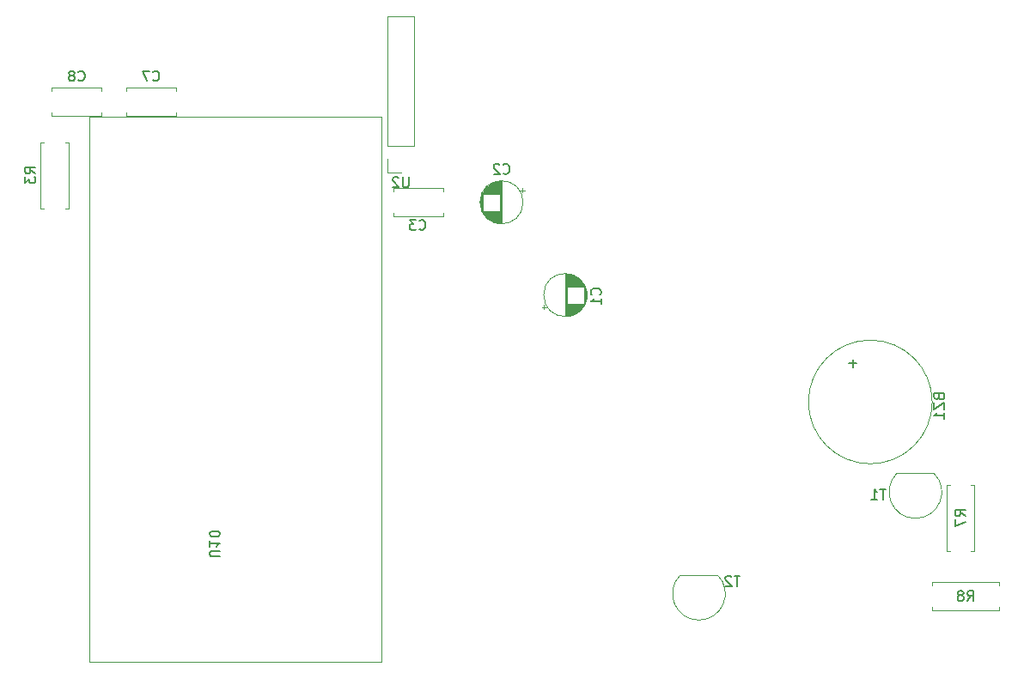
<source format=gbr>
%TF.GenerationSoftware,KiCad,Pcbnew,7.0.1*%
%TF.CreationDate,2023-09-22T18:52:24+02:00*%
%TF.ProjectId,Scheda Attivatore,53636865-6461-4204-9174-74697661746f,rev?*%
%TF.SameCoordinates,Original*%
%TF.FileFunction,Legend,Bot*%
%TF.FilePolarity,Positive*%
%FSLAX46Y46*%
G04 Gerber Fmt 4.6, Leading zero omitted, Abs format (unit mm)*
G04 Created by KiCad (PCBNEW 7.0.1) date 2023-09-22 18:52:24*
%MOMM*%
%LPD*%
G01*
G04 APERTURE LIST*
%ADD10C,0.150000*%
%ADD11C,0.120000*%
G04 APERTURE END LIST*
D10*
%TO.C,T1*%
X191388904Y-112111619D02*
X190817476Y-112111619D01*
X191103190Y-113111619D02*
X191103190Y-112111619D01*
X189960333Y-113111619D02*
X190531761Y-113111619D01*
X190246047Y-113111619D02*
X190246047Y-112111619D01*
X190246047Y-112111619D02*
X190341285Y-112254476D01*
X190341285Y-112254476D02*
X190436523Y-112349714D01*
X190436523Y-112349714D02*
X190531761Y-112397333D01*
%TO.C,R7*%
X199217619Y-114768333D02*
X198741428Y-114435000D01*
X199217619Y-114196905D02*
X198217619Y-114196905D01*
X198217619Y-114196905D02*
X198217619Y-114577857D01*
X198217619Y-114577857D02*
X198265238Y-114673095D01*
X198265238Y-114673095D02*
X198312857Y-114720714D01*
X198312857Y-114720714D02*
X198408095Y-114768333D01*
X198408095Y-114768333D02*
X198550952Y-114768333D01*
X198550952Y-114768333D02*
X198646190Y-114720714D01*
X198646190Y-114720714D02*
X198693809Y-114673095D01*
X198693809Y-114673095D02*
X198741428Y-114577857D01*
X198741428Y-114577857D02*
X198741428Y-114196905D01*
X198217619Y-115101667D02*
X198217619Y-115768333D01*
X198217619Y-115768333D02*
X199217619Y-115339762D01*
%TO.C,U10*%
X125751380Y-118763894D02*
X124941857Y-118763894D01*
X124941857Y-118763894D02*
X124846619Y-118716275D01*
X124846619Y-118716275D02*
X124799000Y-118668656D01*
X124799000Y-118668656D02*
X124751380Y-118573418D01*
X124751380Y-118573418D02*
X124751380Y-118382942D01*
X124751380Y-118382942D02*
X124799000Y-118287704D01*
X124799000Y-118287704D02*
X124846619Y-118240085D01*
X124846619Y-118240085D02*
X124941857Y-118192466D01*
X124941857Y-118192466D02*
X125751380Y-118192466D01*
X124751380Y-117192466D02*
X124751380Y-117763894D01*
X124751380Y-117478180D02*
X125751380Y-117478180D01*
X125751380Y-117478180D02*
X125608523Y-117573418D01*
X125608523Y-117573418D02*
X125513285Y-117668656D01*
X125513285Y-117668656D02*
X125465666Y-117763894D01*
X125751380Y-116573418D02*
X125751380Y-116478180D01*
X125751380Y-116478180D02*
X125703761Y-116382942D01*
X125703761Y-116382942D02*
X125656142Y-116335323D01*
X125656142Y-116335323D02*
X125560904Y-116287704D01*
X125560904Y-116287704D02*
X125370428Y-116240085D01*
X125370428Y-116240085D02*
X125132333Y-116240085D01*
X125132333Y-116240085D02*
X124941857Y-116287704D01*
X124941857Y-116287704D02*
X124846619Y-116335323D01*
X124846619Y-116335323D02*
X124799000Y-116382942D01*
X124799000Y-116382942D02*
X124751380Y-116478180D01*
X124751380Y-116478180D02*
X124751380Y-116573418D01*
X124751380Y-116573418D02*
X124799000Y-116668656D01*
X124799000Y-116668656D02*
X124846619Y-116716275D01*
X124846619Y-116716275D02*
X124941857Y-116763894D01*
X124941857Y-116763894D02*
X125132333Y-116811513D01*
X125132333Y-116811513D02*
X125370428Y-116811513D01*
X125370428Y-116811513D02*
X125560904Y-116763894D01*
X125560904Y-116763894D02*
X125656142Y-116716275D01*
X125656142Y-116716275D02*
X125703761Y-116668656D01*
X125703761Y-116668656D02*
X125751380Y-116573418D01*
%TO.C,C2*%
X153682266Y-80937380D02*
X153729885Y-80985000D01*
X153729885Y-80985000D02*
X153872742Y-81032619D01*
X153872742Y-81032619D02*
X153967980Y-81032619D01*
X153967980Y-81032619D02*
X154110837Y-80985000D01*
X154110837Y-80985000D02*
X154206075Y-80889761D01*
X154206075Y-80889761D02*
X154253694Y-80794523D01*
X154253694Y-80794523D02*
X154301313Y-80604047D01*
X154301313Y-80604047D02*
X154301313Y-80461190D01*
X154301313Y-80461190D02*
X154253694Y-80270714D01*
X154253694Y-80270714D02*
X154206075Y-80175476D01*
X154206075Y-80175476D02*
X154110837Y-80080238D01*
X154110837Y-80080238D02*
X153967980Y-80032619D01*
X153967980Y-80032619D02*
X153872742Y-80032619D01*
X153872742Y-80032619D02*
X153729885Y-80080238D01*
X153729885Y-80080238D02*
X153682266Y-80127857D01*
X153301313Y-80127857D02*
X153253694Y-80080238D01*
X153253694Y-80080238D02*
X153158456Y-80032619D01*
X153158456Y-80032619D02*
X152920361Y-80032619D01*
X152920361Y-80032619D02*
X152825123Y-80080238D01*
X152825123Y-80080238D02*
X152777504Y-80127857D01*
X152777504Y-80127857D02*
X152729885Y-80223095D01*
X152729885Y-80223095D02*
X152729885Y-80318333D01*
X152729885Y-80318333D02*
X152777504Y-80461190D01*
X152777504Y-80461190D02*
X153348932Y-81032619D01*
X153348932Y-81032619D02*
X152729885Y-81032619D01*
%TO.C,U2*%
X144361904Y-81342619D02*
X144361904Y-82152142D01*
X144361904Y-82152142D02*
X144314285Y-82247380D01*
X144314285Y-82247380D02*
X144266666Y-82295000D01*
X144266666Y-82295000D02*
X144171428Y-82342619D01*
X144171428Y-82342619D02*
X143980952Y-82342619D01*
X143980952Y-82342619D02*
X143885714Y-82295000D01*
X143885714Y-82295000D02*
X143838095Y-82247380D01*
X143838095Y-82247380D02*
X143790476Y-82152142D01*
X143790476Y-82152142D02*
X143790476Y-81342619D01*
X143361904Y-81437857D02*
X143314285Y-81390238D01*
X143314285Y-81390238D02*
X143219047Y-81342619D01*
X143219047Y-81342619D02*
X142980952Y-81342619D01*
X142980952Y-81342619D02*
X142885714Y-81390238D01*
X142885714Y-81390238D02*
X142838095Y-81437857D01*
X142838095Y-81437857D02*
X142790476Y-81533095D01*
X142790476Y-81533095D02*
X142790476Y-81628333D01*
X142790476Y-81628333D02*
X142838095Y-81771190D01*
X142838095Y-81771190D02*
X143409523Y-82342619D01*
X143409523Y-82342619D02*
X142790476Y-82342619D01*
%TO.C,C7*%
X119166666Y-71767380D02*
X119214285Y-71815000D01*
X119214285Y-71815000D02*
X119357142Y-71862619D01*
X119357142Y-71862619D02*
X119452380Y-71862619D01*
X119452380Y-71862619D02*
X119595237Y-71815000D01*
X119595237Y-71815000D02*
X119690475Y-71719761D01*
X119690475Y-71719761D02*
X119738094Y-71624523D01*
X119738094Y-71624523D02*
X119785713Y-71434047D01*
X119785713Y-71434047D02*
X119785713Y-71291190D01*
X119785713Y-71291190D02*
X119738094Y-71100714D01*
X119738094Y-71100714D02*
X119690475Y-71005476D01*
X119690475Y-71005476D02*
X119595237Y-70910238D01*
X119595237Y-70910238D02*
X119452380Y-70862619D01*
X119452380Y-70862619D02*
X119357142Y-70862619D01*
X119357142Y-70862619D02*
X119214285Y-70910238D01*
X119214285Y-70910238D02*
X119166666Y-70957857D01*
X118833332Y-70862619D02*
X118166666Y-70862619D01*
X118166666Y-70862619D02*
X118595237Y-71862619D01*
%TO.C,C8*%
X111816666Y-71767380D02*
X111864285Y-71815000D01*
X111864285Y-71815000D02*
X112007142Y-71862619D01*
X112007142Y-71862619D02*
X112102380Y-71862619D01*
X112102380Y-71862619D02*
X112245237Y-71815000D01*
X112245237Y-71815000D02*
X112340475Y-71719761D01*
X112340475Y-71719761D02*
X112388094Y-71624523D01*
X112388094Y-71624523D02*
X112435713Y-71434047D01*
X112435713Y-71434047D02*
X112435713Y-71291190D01*
X112435713Y-71291190D02*
X112388094Y-71100714D01*
X112388094Y-71100714D02*
X112340475Y-71005476D01*
X112340475Y-71005476D02*
X112245237Y-70910238D01*
X112245237Y-70910238D02*
X112102380Y-70862619D01*
X112102380Y-70862619D02*
X112007142Y-70862619D01*
X112007142Y-70862619D02*
X111864285Y-70910238D01*
X111864285Y-70910238D02*
X111816666Y-70957857D01*
X111245237Y-71291190D02*
X111340475Y-71243571D01*
X111340475Y-71243571D02*
X111388094Y-71195952D01*
X111388094Y-71195952D02*
X111435713Y-71100714D01*
X111435713Y-71100714D02*
X111435713Y-71053095D01*
X111435713Y-71053095D02*
X111388094Y-70957857D01*
X111388094Y-70957857D02*
X111340475Y-70910238D01*
X111340475Y-70910238D02*
X111245237Y-70862619D01*
X111245237Y-70862619D02*
X111054761Y-70862619D01*
X111054761Y-70862619D02*
X110959523Y-70910238D01*
X110959523Y-70910238D02*
X110911904Y-70957857D01*
X110911904Y-70957857D02*
X110864285Y-71053095D01*
X110864285Y-71053095D02*
X110864285Y-71100714D01*
X110864285Y-71100714D02*
X110911904Y-71195952D01*
X110911904Y-71195952D02*
X110959523Y-71243571D01*
X110959523Y-71243571D02*
X111054761Y-71291190D01*
X111054761Y-71291190D02*
X111245237Y-71291190D01*
X111245237Y-71291190D02*
X111340475Y-71338809D01*
X111340475Y-71338809D02*
X111388094Y-71386428D01*
X111388094Y-71386428D02*
X111435713Y-71481666D01*
X111435713Y-71481666D02*
X111435713Y-71672142D01*
X111435713Y-71672142D02*
X111388094Y-71767380D01*
X111388094Y-71767380D02*
X111340475Y-71815000D01*
X111340475Y-71815000D02*
X111245237Y-71862619D01*
X111245237Y-71862619D02*
X111054761Y-71862619D01*
X111054761Y-71862619D02*
X110959523Y-71815000D01*
X110959523Y-71815000D02*
X110911904Y-71767380D01*
X110911904Y-71767380D02*
X110864285Y-71672142D01*
X110864285Y-71672142D02*
X110864285Y-71481666D01*
X110864285Y-71481666D02*
X110911904Y-71386428D01*
X110911904Y-71386428D02*
X110959523Y-71338809D01*
X110959523Y-71338809D02*
X111054761Y-71291190D01*
%TO.C,C1*%
X163224781Y-92924333D02*
X163272401Y-92876714D01*
X163272401Y-92876714D02*
X163320020Y-92733857D01*
X163320020Y-92733857D02*
X163320020Y-92638619D01*
X163320020Y-92638619D02*
X163272401Y-92495762D01*
X163272401Y-92495762D02*
X163177162Y-92400524D01*
X163177162Y-92400524D02*
X163081924Y-92352905D01*
X163081924Y-92352905D02*
X162891448Y-92305286D01*
X162891448Y-92305286D02*
X162748591Y-92305286D01*
X162748591Y-92305286D02*
X162558115Y-92352905D01*
X162558115Y-92352905D02*
X162462877Y-92400524D01*
X162462877Y-92400524D02*
X162367639Y-92495762D01*
X162367639Y-92495762D02*
X162320020Y-92638619D01*
X162320020Y-92638619D02*
X162320020Y-92733857D01*
X162320020Y-92733857D02*
X162367639Y-92876714D01*
X162367639Y-92876714D02*
X162415258Y-92924333D01*
X163320020Y-93876714D02*
X163320020Y-93305286D01*
X163320020Y-93591000D02*
X162320020Y-93591000D01*
X162320020Y-93591000D02*
X162462877Y-93495762D01*
X162462877Y-93495762D02*
X162558115Y-93400524D01*
X162558115Y-93400524D02*
X162605734Y-93305286D01*
%TO.C,BZ1*%
X196618809Y-103019047D02*
X196666428Y-103161904D01*
X196666428Y-103161904D02*
X196714047Y-103209523D01*
X196714047Y-103209523D02*
X196809285Y-103257142D01*
X196809285Y-103257142D02*
X196952142Y-103257142D01*
X196952142Y-103257142D02*
X197047380Y-103209523D01*
X197047380Y-103209523D02*
X197095000Y-103161904D01*
X197095000Y-103161904D02*
X197142619Y-103066666D01*
X197142619Y-103066666D02*
X197142619Y-102685714D01*
X197142619Y-102685714D02*
X196142619Y-102685714D01*
X196142619Y-102685714D02*
X196142619Y-103019047D01*
X196142619Y-103019047D02*
X196190238Y-103114285D01*
X196190238Y-103114285D02*
X196237857Y-103161904D01*
X196237857Y-103161904D02*
X196333095Y-103209523D01*
X196333095Y-103209523D02*
X196428333Y-103209523D01*
X196428333Y-103209523D02*
X196523571Y-103161904D01*
X196523571Y-103161904D02*
X196571190Y-103114285D01*
X196571190Y-103114285D02*
X196618809Y-103019047D01*
X196618809Y-103019047D02*
X196618809Y-102685714D01*
X196142619Y-103590476D02*
X196142619Y-104257142D01*
X196142619Y-104257142D02*
X197142619Y-103590476D01*
X197142619Y-103590476D02*
X197142619Y-104257142D01*
X197142619Y-105161904D02*
X197142619Y-104590476D01*
X197142619Y-104876190D02*
X196142619Y-104876190D01*
X196142619Y-104876190D02*
X196285476Y-104780952D01*
X196285476Y-104780952D02*
X196380714Y-104685714D01*
X196380714Y-104685714D02*
X196428333Y-104590476D01*
X188146666Y-99334048D02*
X188146666Y-100095953D01*
X188527619Y-99715000D02*
X187765714Y-99715000D01*
%TO.C,R3*%
X107566619Y-80986333D02*
X107090428Y-80653000D01*
X107566619Y-80414905D02*
X106566619Y-80414905D01*
X106566619Y-80414905D02*
X106566619Y-80795857D01*
X106566619Y-80795857D02*
X106614238Y-80891095D01*
X106614238Y-80891095D02*
X106661857Y-80938714D01*
X106661857Y-80938714D02*
X106757095Y-80986333D01*
X106757095Y-80986333D02*
X106899952Y-80986333D01*
X106899952Y-80986333D02*
X106995190Y-80938714D01*
X106995190Y-80938714D02*
X107042809Y-80891095D01*
X107042809Y-80891095D02*
X107090428Y-80795857D01*
X107090428Y-80795857D02*
X107090428Y-80414905D01*
X106566619Y-81319667D02*
X106566619Y-81938714D01*
X106566619Y-81938714D02*
X106947571Y-81605381D01*
X106947571Y-81605381D02*
X106947571Y-81748238D01*
X106947571Y-81748238D02*
X106995190Y-81843476D01*
X106995190Y-81843476D02*
X107042809Y-81891095D01*
X107042809Y-81891095D02*
X107138047Y-81938714D01*
X107138047Y-81938714D02*
X107376142Y-81938714D01*
X107376142Y-81938714D02*
X107471380Y-81891095D01*
X107471380Y-81891095D02*
X107519000Y-81843476D01*
X107519000Y-81843476D02*
X107566619Y-81748238D01*
X107566619Y-81748238D02*
X107566619Y-81462524D01*
X107566619Y-81462524D02*
X107519000Y-81367286D01*
X107519000Y-81367286D02*
X107471380Y-81319667D01*
%TO.C,C3*%
X145416666Y-86467380D02*
X145464285Y-86515000D01*
X145464285Y-86515000D02*
X145607142Y-86562619D01*
X145607142Y-86562619D02*
X145702380Y-86562619D01*
X145702380Y-86562619D02*
X145845237Y-86515000D01*
X145845237Y-86515000D02*
X145940475Y-86419761D01*
X145940475Y-86419761D02*
X145988094Y-86324523D01*
X145988094Y-86324523D02*
X146035713Y-86134047D01*
X146035713Y-86134047D02*
X146035713Y-85991190D01*
X146035713Y-85991190D02*
X145988094Y-85800714D01*
X145988094Y-85800714D02*
X145940475Y-85705476D01*
X145940475Y-85705476D02*
X145845237Y-85610238D01*
X145845237Y-85610238D02*
X145702380Y-85562619D01*
X145702380Y-85562619D02*
X145607142Y-85562619D01*
X145607142Y-85562619D02*
X145464285Y-85610238D01*
X145464285Y-85610238D02*
X145416666Y-85657857D01*
X145083332Y-85562619D02*
X144464285Y-85562619D01*
X144464285Y-85562619D02*
X144797618Y-85943571D01*
X144797618Y-85943571D02*
X144654761Y-85943571D01*
X144654761Y-85943571D02*
X144559523Y-85991190D01*
X144559523Y-85991190D02*
X144511904Y-86038809D01*
X144511904Y-86038809D02*
X144464285Y-86134047D01*
X144464285Y-86134047D02*
X144464285Y-86372142D01*
X144464285Y-86372142D02*
X144511904Y-86467380D01*
X144511904Y-86467380D02*
X144559523Y-86515000D01*
X144559523Y-86515000D02*
X144654761Y-86562619D01*
X144654761Y-86562619D02*
X144940475Y-86562619D01*
X144940475Y-86562619D02*
X145035713Y-86515000D01*
X145035713Y-86515000D02*
X145083332Y-86467380D01*
%TO.C,T2*%
X177011904Y-120662619D02*
X176440476Y-120662619D01*
X176726190Y-121662619D02*
X176726190Y-120662619D01*
X176154761Y-120757857D02*
X176107142Y-120710238D01*
X176107142Y-120710238D02*
X176011904Y-120662619D01*
X176011904Y-120662619D02*
X175773809Y-120662619D01*
X175773809Y-120662619D02*
X175678571Y-120710238D01*
X175678571Y-120710238D02*
X175630952Y-120757857D01*
X175630952Y-120757857D02*
X175583333Y-120853095D01*
X175583333Y-120853095D02*
X175583333Y-120948333D01*
X175583333Y-120948333D02*
X175630952Y-121091190D01*
X175630952Y-121091190D02*
X176202380Y-121662619D01*
X176202380Y-121662619D02*
X175583333Y-121662619D01*
%TO.C,R8*%
X199429666Y-123144619D02*
X199762999Y-122668428D01*
X200001094Y-123144619D02*
X200001094Y-122144619D01*
X200001094Y-122144619D02*
X199620142Y-122144619D01*
X199620142Y-122144619D02*
X199524904Y-122192238D01*
X199524904Y-122192238D02*
X199477285Y-122239857D01*
X199477285Y-122239857D02*
X199429666Y-122335095D01*
X199429666Y-122335095D02*
X199429666Y-122477952D01*
X199429666Y-122477952D02*
X199477285Y-122573190D01*
X199477285Y-122573190D02*
X199524904Y-122620809D01*
X199524904Y-122620809D02*
X199620142Y-122668428D01*
X199620142Y-122668428D02*
X200001094Y-122668428D01*
X198858237Y-122573190D02*
X198953475Y-122525571D01*
X198953475Y-122525571D02*
X199001094Y-122477952D01*
X199001094Y-122477952D02*
X199048713Y-122382714D01*
X199048713Y-122382714D02*
X199048713Y-122335095D01*
X199048713Y-122335095D02*
X199001094Y-122239857D01*
X199001094Y-122239857D02*
X198953475Y-122192238D01*
X198953475Y-122192238D02*
X198858237Y-122144619D01*
X198858237Y-122144619D02*
X198667761Y-122144619D01*
X198667761Y-122144619D02*
X198572523Y-122192238D01*
X198572523Y-122192238D02*
X198524904Y-122239857D01*
X198524904Y-122239857D02*
X198477285Y-122335095D01*
X198477285Y-122335095D02*
X198477285Y-122382714D01*
X198477285Y-122382714D02*
X198524904Y-122477952D01*
X198524904Y-122477952D02*
X198572523Y-122525571D01*
X198572523Y-122525571D02*
X198667761Y-122573190D01*
X198667761Y-122573190D02*
X198858237Y-122573190D01*
X198858237Y-122573190D02*
X198953475Y-122620809D01*
X198953475Y-122620809D02*
X199001094Y-122668428D01*
X199001094Y-122668428D02*
X199048713Y-122763666D01*
X199048713Y-122763666D02*
X199048713Y-122954142D01*
X199048713Y-122954142D02*
X199001094Y-123049380D01*
X199001094Y-123049380D02*
X198953475Y-123097000D01*
X198953475Y-123097000D02*
X198858237Y-123144619D01*
X198858237Y-123144619D02*
X198667761Y-123144619D01*
X198667761Y-123144619D02*
X198572523Y-123097000D01*
X198572523Y-123097000D02*
X198524904Y-123049380D01*
X198524904Y-123049380D02*
X198477285Y-122954142D01*
X198477285Y-122954142D02*
X198477285Y-122763666D01*
X198477285Y-122763666D02*
X198524904Y-122668428D01*
X198524904Y-122668428D02*
X198572523Y-122620809D01*
X198572523Y-122620809D02*
X198667761Y-122573190D01*
D11*
%TO.C,T1*%
X192510000Y-110545000D02*
X196110000Y-110545000D01*
X192471522Y-110556522D02*
G75*
G03*
X194310000Y-114995000I1838478J-1838478D01*
G01*
X194310000Y-114995000D02*
G75*
G03*
X196148478Y-110556522I0J2600000D01*
G01*
%TO.C,R7*%
X200125000Y-111665000D02*
X200125000Y-118205000D01*
X199795000Y-111665000D02*
X200125000Y-111665000D01*
X197715000Y-111665000D02*
X197385000Y-111665000D01*
X197385000Y-111665000D02*
X197385000Y-118205000D01*
X200125000Y-118205000D02*
X199795000Y-118205000D01*
X197385000Y-118205000D02*
X197715000Y-118205000D01*
%TO.C,U10*%
X112854000Y-129185800D02*
X141654000Y-129185800D01*
X112854000Y-129185800D02*
X112854000Y-75385800D01*
X141654000Y-129185800D02*
X141654000Y-75385800D01*
X141654000Y-75385800D02*
X112854000Y-75385800D01*
%TO.C,C2*%
X155785401Y-82625000D02*
X155385401Y-82625000D01*
X155585401Y-82425000D02*
X155585401Y-82825000D01*
X153515600Y-81740000D02*
X153515600Y-85900000D01*
X153475600Y-81740000D02*
X153475600Y-85900000D01*
X153435600Y-81741000D02*
X153435600Y-85899000D01*
X153395600Y-81743000D02*
X153395600Y-85897000D01*
X153355600Y-81746000D02*
X153355600Y-85894000D01*
X153315600Y-84660000D02*
X153315600Y-85891000D01*
X153315600Y-81749000D02*
X153315600Y-82980000D01*
X153275600Y-84660000D02*
X153275600Y-85887000D01*
X153275600Y-81753000D02*
X153275600Y-82980000D01*
X153235600Y-84660000D02*
X153235600Y-85882000D01*
X153235600Y-81758000D02*
X153235600Y-82980000D01*
X153195600Y-84660000D02*
X153195600Y-85876000D01*
X153195600Y-81764000D02*
X153195600Y-82980000D01*
X153155600Y-84660000D02*
X153155600Y-85870000D01*
X153155600Y-81770000D02*
X153155600Y-82980000D01*
X153115600Y-84660000D02*
X153115600Y-85862000D01*
X153115600Y-81778000D02*
X153115600Y-82980000D01*
X153075600Y-84660000D02*
X153075600Y-85854000D01*
X153075600Y-81786000D02*
X153075600Y-82980000D01*
X153035600Y-84660000D02*
X153035600Y-85845000D01*
X153035600Y-81795000D02*
X153035600Y-82980000D01*
X152995600Y-84660000D02*
X152995600Y-85836000D01*
X152995600Y-81804000D02*
X152995600Y-82980000D01*
X152955600Y-84660000D02*
X152955600Y-85825000D01*
X152955600Y-81815000D02*
X152955600Y-82980000D01*
X152915600Y-84660000D02*
X152915600Y-85814000D01*
X152915600Y-81826000D02*
X152915600Y-82980000D01*
X152875600Y-84660000D02*
X152875600Y-85802000D01*
X152875600Y-81838000D02*
X152875600Y-82980000D01*
X152835600Y-84660000D02*
X152835600Y-85788000D01*
X152835600Y-81852000D02*
X152835600Y-82980000D01*
X152794600Y-84660000D02*
X152794600Y-85774000D01*
X152794600Y-81866000D02*
X152794600Y-82980000D01*
X152754600Y-84660000D02*
X152754600Y-85760000D01*
X152754600Y-81880000D02*
X152754600Y-82980000D01*
X152714600Y-84660000D02*
X152714600Y-85744000D01*
X152714600Y-81896000D02*
X152714600Y-82980000D01*
X152674600Y-84660000D02*
X152674600Y-85727000D01*
X152674600Y-81913000D02*
X152674600Y-82980000D01*
X152634600Y-84660000D02*
X152634600Y-85709000D01*
X152634600Y-81931000D02*
X152634600Y-82980000D01*
X152594600Y-84660000D02*
X152594600Y-85690000D01*
X152594600Y-81950000D02*
X152594600Y-82980000D01*
X152554600Y-84660000D02*
X152554600Y-85671000D01*
X152554600Y-81969000D02*
X152554600Y-82980000D01*
X152514600Y-84660000D02*
X152514600Y-85650000D01*
X152514600Y-81990000D02*
X152514600Y-82980000D01*
X152474600Y-84660000D02*
X152474600Y-85628000D01*
X152474600Y-82012000D02*
X152474600Y-82980000D01*
X152434600Y-84660000D02*
X152434600Y-85605000D01*
X152434600Y-82035000D02*
X152434600Y-82980000D01*
X152394600Y-84660000D02*
X152394600Y-85580000D01*
X152394600Y-82060000D02*
X152394600Y-82980000D01*
X152354600Y-84660000D02*
X152354600Y-85555000D01*
X152354600Y-82085000D02*
X152354600Y-82980000D01*
X152314600Y-84660000D02*
X152314600Y-85528000D01*
X152314600Y-82112000D02*
X152314600Y-82980000D01*
X152274600Y-84660000D02*
X152274600Y-85500000D01*
X152274600Y-82140000D02*
X152274600Y-82980000D01*
X152234600Y-84660000D02*
X152234600Y-85470000D01*
X152234600Y-82170000D02*
X152234600Y-82980000D01*
X152194600Y-84660000D02*
X152194600Y-85439000D01*
X152194600Y-82201000D02*
X152194600Y-82980000D01*
X152154600Y-84660000D02*
X152154600Y-85407000D01*
X152154600Y-82233000D02*
X152154600Y-82980000D01*
X152114600Y-84660000D02*
X152114600Y-85372000D01*
X152114600Y-82268000D02*
X152114600Y-82980000D01*
X152074600Y-84660000D02*
X152074600Y-85336000D01*
X152074600Y-82304000D02*
X152074600Y-82980000D01*
X152034600Y-84660000D02*
X152034600Y-85298000D01*
X152034600Y-82342000D02*
X152034600Y-82980000D01*
X151994600Y-84660000D02*
X151994600Y-85258000D01*
X151994600Y-82382000D02*
X151994600Y-82980000D01*
X151954600Y-84660000D02*
X151954600Y-85216000D01*
X151954600Y-82424000D02*
X151954600Y-82980000D01*
X151914600Y-84660000D02*
X151914600Y-85171000D01*
X151914600Y-82469000D02*
X151914600Y-82980000D01*
X151874600Y-84660000D02*
X151874600Y-85124000D01*
X151874600Y-82516000D02*
X151874600Y-82980000D01*
X151834600Y-84660000D02*
X151834600Y-85074000D01*
X151834600Y-82566000D02*
X151834600Y-82980000D01*
X151794600Y-84660000D02*
X151794600Y-85020000D01*
X151794600Y-82620000D02*
X151794600Y-82980000D01*
X151754600Y-84660000D02*
X151754600Y-84962000D01*
X151754600Y-82678000D02*
X151754600Y-82980000D01*
X151714600Y-84660000D02*
X151714600Y-84900000D01*
X151714600Y-82740000D02*
X151714600Y-82980000D01*
X151674600Y-82807000D02*
X151674600Y-84833000D01*
X151634600Y-82880000D02*
X151634600Y-84760000D01*
X151594600Y-82961000D02*
X151594600Y-84679000D01*
X151554600Y-83052000D02*
X151554600Y-84588000D01*
X151514600Y-83156000D02*
X151514600Y-84484000D01*
X151474600Y-83283000D02*
X151474600Y-84357000D01*
X151434600Y-83450000D02*
X151434600Y-84190000D01*
X155635600Y-83820000D02*
G75*
G03*
X155635600Y-83820000I-2120000J0D01*
G01*
%TO.C,U2*%
X142270000Y-65520000D02*
X144930000Y-65520000D01*
X142270000Y-78280000D02*
X142270000Y-65520000D01*
X142270000Y-78280000D02*
X144930000Y-78280000D01*
X142270000Y-79550000D02*
X142270000Y-80880000D01*
X142270000Y-80880000D02*
X143600000Y-80880000D01*
X144930000Y-78280000D02*
X144930000Y-65520000D01*
%TO.C,C7*%
X121470000Y-75270000D02*
X116530000Y-75270000D01*
X121470000Y-74955000D02*
X121470000Y-75270000D01*
X121470000Y-72530000D02*
X121470000Y-72845000D01*
X121470000Y-72530000D02*
X116530000Y-72530000D01*
X116530000Y-74955000D02*
X116530000Y-75270000D01*
X116530000Y-72530000D02*
X116530000Y-72845000D01*
%TO.C,C8*%
X114120000Y-75270000D02*
X109180000Y-75270000D01*
X114120000Y-74955000D02*
X114120000Y-75270000D01*
X114120000Y-72530000D02*
X114120000Y-72845000D01*
X114120000Y-72530000D02*
X109180000Y-72530000D01*
X109180000Y-74955000D02*
X109180000Y-75270000D01*
X109180000Y-72530000D02*
X109180000Y-72845000D01*
%TO.C,C1*%
X157523600Y-94159000D02*
X157923600Y-94159000D01*
X157723600Y-94359000D02*
X157723600Y-93959000D01*
X159793401Y-95044000D02*
X159793401Y-90884000D01*
X159833401Y-95044000D02*
X159833401Y-90884000D01*
X159873401Y-95043000D02*
X159873401Y-90885000D01*
X159913401Y-95041000D02*
X159913401Y-90887000D01*
X159953401Y-95038000D02*
X159953401Y-90890000D01*
X159993401Y-92124000D02*
X159993401Y-90893000D01*
X159993401Y-95035000D02*
X159993401Y-93804000D01*
X160033401Y-92124000D02*
X160033401Y-90897000D01*
X160033401Y-95031000D02*
X160033401Y-93804000D01*
X160073401Y-92124000D02*
X160073401Y-90902000D01*
X160073401Y-95026000D02*
X160073401Y-93804000D01*
X160113401Y-92124000D02*
X160113401Y-90908000D01*
X160113401Y-95020000D02*
X160113401Y-93804000D01*
X160153401Y-92124000D02*
X160153401Y-90914000D01*
X160153401Y-95014000D02*
X160153401Y-93804000D01*
X160193401Y-92124000D02*
X160193401Y-90922000D01*
X160193401Y-95006000D02*
X160193401Y-93804000D01*
X160233401Y-92124000D02*
X160233401Y-90930000D01*
X160233401Y-94998000D02*
X160233401Y-93804000D01*
X160273401Y-92124000D02*
X160273401Y-90939000D01*
X160273401Y-94989000D02*
X160273401Y-93804000D01*
X160313401Y-92124000D02*
X160313401Y-90948000D01*
X160313401Y-94980000D02*
X160313401Y-93804000D01*
X160353401Y-92124000D02*
X160353401Y-90959000D01*
X160353401Y-94969000D02*
X160353401Y-93804000D01*
X160393401Y-92124000D02*
X160393401Y-90970000D01*
X160393401Y-94958000D02*
X160393401Y-93804000D01*
X160433401Y-92124000D02*
X160433401Y-90982000D01*
X160433401Y-94946000D02*
X160433401Y-93804000D01*
X160473401Y-92124000D02*
X160473401Y-90996000D01*
X160473401Y-94932000D02*
X160473401Y-93804000D01*
X160514401Y-92124000D02*
X160514401Y-91010000D01*
X160514401Y-94918000D02*
X160514401Y-93804000D01*
X160554401Y-92124000D02*
X160554401Y-91024000D01*
X160554401Y-94904000D02*
X160554401Y-93804000D01*
X160594401Y-92124000D02*
X160594401Y-91040000D01*
X160594401Y-94888000D02*
X160594401Y-93804000D01*
X160634401Y-92124000D02*
X160634401Y-91057000D01*
X160634401Y-94871000D02*
X160634401Y-93804000D01*
X160674401Y-92124000D02*
X160674401Y-91075000D01*
X160674401Y-94853000D02*
X160674401Y-93804000D01*
X160714401Y-92124000D02*
X160714401Y-91094000D01*
X160714401Y-94834000D02*
X160714401Y-93804000D01*
X160754401Y-92124000D02*
X160754401Y-91113000D01*
X160754401Y-94815000D02*
X160754401Y-93804000D01*
X160794401Y-92124000D02*
X160794401Y-91134000D01*
X160794401Y-94794000D02*
X160794401Y-93804000D01*
X160834401Y-92124000D02*
X160834401Y-91156000D01*
X160834401Y-94772000D02*
X160834401Y-93804000D01*
X160874401Y-92124000D02*
X160874401Y-91179000D01*
X160874401Y-94749000D02*
X160874401Y-93804000D01*
X160914401Y-92124000D02*
X160914401Y-91204000D01*
X160914401Y-94724000D02*
X160914401Y-93804000D01*
X160954401Y-92124000D02*
X160954401Y-91229000D01*
X160954401Y-94699000D02*
X160954401Y-93804000D01*
X160994401Y-92124000D02*
X160994401Y-91256000D01*
X160994401Y-94672000D02*
X160994401Y-93804000D01*
X161034401Y-92124000D02*
X161034401Y-91284000D01*
X161034401Y-94644000D02*
X161034401Y-93804000D01*
X161074401Y-92124000D02*
X161074401Y-91314000D01*
X161074401Y-94614000D02*
X161074401Y-93804000D01*
X161114401Y-92124000D02*
X161114401Y-91345000D01*
X161114401Y-94583000D02*
X161114401Y-93804000D01*
X161154401Y-92124000D02*
X161154401Y-91377000D01*
X161154401Y-94551000D02*
X161154401Y-93804000D01*
X161194401Y-92124000D02*
X161194401Y-91412000D01*
X161194401Y-94516000D02*
X161194401Y-93804000D01*
X161234401Y-92124000D02*
X161234401Y-91448000D01*
X161234401Y-94480000D02*
X161234401Y-93804000D01*
X161274401Y-92124000D02*
X161274401Y-91486000D01*
X161274401Y-94442000D02*
X161274401Y-93804000D01*
X161314401Y-92124000D02*
X161314401Y-91526000D01*
X161314401Y-94402000D02*
X161314401Y-93804000D01*
X161354401Y-92124000D02*
X161354401Y-91568000D01*
X161354401Y-94360000D02*
X161354401Y-93804000D01*
X161394401Y-92124000D02*
X161394401Y-91613000D01*
X161394401Y-94315000D02*
X161394401Y-93804000D01*
X161434401Y-92124000D02*
X161434401Y-91660000D01*
X161434401Y-94268000D02*
X161434401Y-93804000D01*
X161474401Y-92124000D02*
X161474401Y-91710000D01*
X161474401Y-94218000D02*
X161474401Y-93804000D01*
X161514401Y-92124000D02*
X161514401Y-91764000D01*
X161514401Y-94164000D02*
X161514401Y-93804000D01*
X161554401Y-92124000D02*
X161554401Y-91822000D01*
X161554401Y-94106000D02*
X161554401Y-93804000D01*
X161594401Y-92124000D02*
X161594401Y-91884000D01*
X161594401Y-94044000D02*
X161594401Y-93804000D01*
X161634401Y-93977000D02*
X161634401Y-91951000D01*
X161674401Y-93904000D02*
X161674401Y-92024000D01*
X161714401Y-93823000D02*
X161714401Y-92105000D01*
X161754401Y-93732000D02*
X161754401Y-92196000D01*
X161794401Y-93628000D02*
X161794401Y-92300000D01*
X161834401Y-93501000D02*
X161834401Y-92427000D01*
X161874401Y-93334000D02*
X161874401Y-92594000D01*
X161913401Y-92964000D02*
G75*
G03*
X161913401Y-92964000I-2120000J0D01*
G01*
%TO.C,BZ1*%
X195965000Y-103515000D02*
G75*
G03*
X195965000Y-103515000I-6100000J0D01*
G01*
%TO.C,R3*%
X110844000Y-77883000D02*
X110844000Y-84423000D01*
X110514000Y-77883000D02*
X110844000Y-77883000D01*
X108434000Y-77883000D02*
X108104000Y-77883000D01*
X108104000Y-77883000D02*
X108104000Y-84423000D01*
X110844000Y-84423000D02*
X110514000Y-84423000D01*
X108104000Y-84423000D02*
X108434000Y-84423000D01*
%TO.C,C3*%
X147798000Y-85190000D02*
X142858000Y-85190000D01*
X147798000Y-84875000D02*
X147798000Y-85190000D01*
X147798000Y-82450000D02*
X147798000Y-82765000D01*
X147798000Y-82450000D02*
X142858000Y-82450000D01*
X142858000Y-84875000D02*
X142858000Y-85190000D01*
X142858000Y-82450000D02*
X142858000Y-82765000D01*
%TO.C,T2*%
X171174000Y-120578000D02*
X174774000Y-120578000D01*
X171135522Y-120589522D02*
G75*
G03*
X172974000Y-125028000I1838478J-1838478D01*
G01*
X172974000Y-125028000D02*
G75*
G03*
X174812478Y-120589522I0J2600000D01*
G01*
%TO.C,R8*%
X202533000Y-124052000D02*
X195993000Y-124052000D01*
X202533000Y-123722000D02*
X202533000Y-124052000D01*
X202533000Y-121642000D02*
X202533000Y-121312000D01*
X202533000Y-121312000D02*
X195993000Y-121312000D01*
X195993000Y-124052000D02*
X195993000Y-123722000D01*
X195993000Y-121312000D02*
X195993000Y-121642000D01*
%TD*%
M02*

</source>
